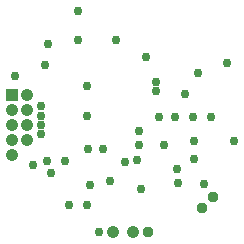
<source format=gbs>
%FSAX44Y44*%
%MOMM*%
G71*
G01*
G75*
G04 Layer_Color=16711935*
%ADD10R,0.5000X0.6000*%
%ADD11R,0.6000X0.5000*%
%ADD12R,0.7000X0.9000*%
%ADD13R,0.3000X0.6000*%
%ADD14R,1.5500X1.5500*%
%ADD15R,0.6500X0.2000*%
%ADD16R,0.2000X0.6500*%
%ADD17R,0.9000X0.7000*%
%ADD18O,0.8000X0.2000*%
%ADD19O,0.2000X0.8000*%
%ADD20R,4.6000X4.6000*%
%ADD21R,1.0000X2.0000*%
%ADD22R,0.7112X0.2286*%
%ADD23R,1.1500X1.4000*%
%ADD24R,0.4500X0.3500*%
%ADD25R,0.3500X0.4500*%
%ADD26C,0.1500*%
%ADD27C,0.3000*%
%ADD28C,0.5000*%
%ADD29C,0.2000*%
%ADD30C,0.9000*%
%ADD31C,0.6000*%
%ADD32C,0.8000*%
%ADD33R,0.9000X0.9000*%
%ADD34C,0.2500*%
%ADD35C,0.1250*%
%ADD36R,0.6500X0.7500*%
%ADD37R,0.7500X0.6500*%
%ADD38R,0.8500X1.0500*%
%ADD39R,0.4500X0.7500*%
%ADD40R,1.7000X1.7000*%
%ADD41R,0.8000X0.3500*%
%ADD42R,0.3500X0.8000*%
%ADD43R,1.0500X0.8500*%
%ADD44O,0.9500X0.3500*%
%ADD45O,0.3500X0.9500*%
%ADD46R,4.7500X4.7500*%
%ADD47R,1.1500X2.1500*%
%ADD48R,0.9144X0.4318*%
%ADD49R,1.3000X1.5500*%
%ADD50R,0.6000X0.5000*%
%ADD51R,0.5000X0.6000*%
%ADD52C,1.0500*%
%ADD53C,0.7500*%
%ADD54C,0.9500*%
%ADD55R,1.0500X1.0500*%
D52*
X02939718Y02428778D02*
D03*
X02956518D02*
D03*
X02866968Y02506478D02*
D03*
X02854268Y02531878D02*
D03*
X02854268Y02519178D02*
D03*
X02854268Y02506478D02*
D03*
X02866968Y02544578D02*
D03*
X02866968Y02531878D02*
D03*
X02866968Y02519178D02*
D03*
X02854268Y02493778D02*
D03*
D53*
X03000368Y02546028D02*
D03*
X02899118Y02489028D02*
D03*
X03011368Y02563028D02*
D03*
X02982868Y02502028D02*
D03*
X03008118Y02490528D02*
D03*
X02994618Y02470028D02*
D03*
X02994368Y02481778D02*
D03*
X02927868Y02428778D02*
D03*
X03007371Y02526528D02*
D03*
X02961368Y02514028D02*
D03*
X02992368Y02526028D02*
D03*
X02961368Y02502028D02*
D03*
X02978618Y02526278D02*
D03*
X02960369Y02490026D02*
D03*
X02949868Y02487778D02*
D03*
X02910368Y02616278D02*
D03*
X03035868Y02572278D02*
D03*
X03016868Y02469028D02*
D03*
X02917618Y02452028D02*
D03*
X03022368Y02526528D02*
D03*
X02917368Y02527278D02*
D03*
X02976368Y02556028D02*
D03*
X02963118Y02465278D02*
D03*
X02976368Y02547778D02*
D03*
X02967368Y02576778D02*
D03*
X02936868Y02472278D02*
D03*
X02931118Y02499278D02*
D03*
X02918368D02*
D03*
X03008118Y02505528D02*
D03*
X02884118Y02489028D02*
D03*
X02910368Y02591278D02*
D03*
X02942368D02*
D03*
X02879118Y02535028D02*
D03*
X02919868Y02468528D02*
D03*
X02887618Y02479028D02*
D03*
X02871618Y02485278D02*
D03*
X02902618Y02452028D02*
D03*
X02917368Y02552278D02*
D03*
X03042118Y02506028D02*
D03*
X02885115Y02587526D02*
D03*
X02879118Y02527278D02*
D03*
Y02511778D02*
D03*
Y02519528D02*
D03*
X02882118Y02570528D02*
D03*
X02856868Y02560778D02*
D03*
D54*
X03015128Y02449288D02*
D03*
X03024108Y02458268D02*
D03*
X02969218Y02428778D02*
D03*
D55*
X02854268Y02544578D02*
D03*
M02*

</source>
